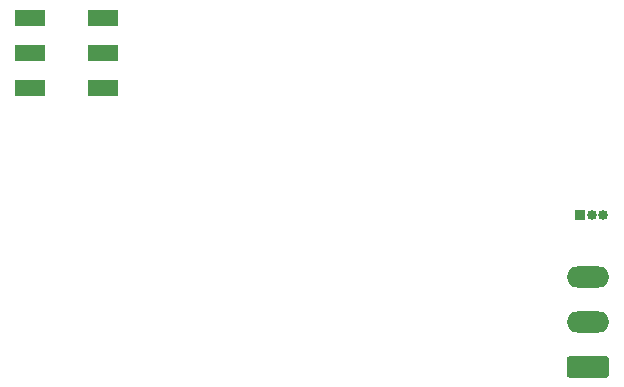
<source format=gbr>
%TF.GenerationSoftware,KiCad,Pcbnew,8.0.6*%
%TF.CreationDate,2025-02-11T20:42:12+01:00*%
%TF.ProjectId,KWLcontrol,4b574c63-6f6e-4747-926f-6c2e6b696361,rev?*%
%TF.SameCoordinates,Original*%
%TF.FileFunction,Soldermask,Bot*%
%TF.FilePolarity,Negative*%
%FSLAX46Y46*%
G04 Gerber Fmt 4.6, Leading zero omitted, Abs format (unit mm)*
G04 Created by KiCad (PCBNEW 8.0.6) date 2025-02-11 20:42:12*
%MOMM*%
%LPD*%
G01*
G04 APERTURE LIST*
G04 Aperture macros list*
%AMRoundRect*
0 Rectangle with rounded corners*
0 $1 Rounding radius*
0 $2 $3 $4 $5 $6 $7 $8 $9 X,Y pos of 4 corners*
0 Add a 4 corners polygon primitive as box body*
4,1,4,$2,$3,$4,$5,$6,$7,$8,$9,$2,$3,0*
0 Add four circle primitives for the rounded corners*
1,1,$1+$1,$2,$3*
1,1,$1+$1,$4,$5*
1,1,$1+$1,$6,$7*
1,1,$1+$1,$8,$9*
0 Add four rect primitives between the rounded corners*
20,1,$1+$1,$2,$3,$4,$5,0*
20,1,$1+$1,$4,$5,$6,$7,0*
20,1,$1+$1,$6,$7,$8,$9,0*
20,1,$1+$1,$8,$9,$2,$3,0*%
G04 Aperture macros list end*
%ADD10RoundRect,0.250000X1.550000X-0.650000X1.550000X0.650000X-1.550000X0.650000X-1.550000X-0.650000X0*%
%ADD11O,3.600000X1.800000*%
%ADD12R,0.850000X0.850000*%
%ADD13O,0.850000X0.850000*%
%ADD14R,2.500000X1.397000*%
G04 APERTURE END LIST*
D10*
%TO.C,J2*%
X161500000Y-144000000D03*
D11*
X161500000Y-140190000D03*
X161500000Y-136380000D03*
%TD*%
D12*
%TO.C,J3*%
X160830000Y-131100000D03*
D13*
X161830000Y-131100000D03*
X162830000Y-131100000D03*
%TD*%
D14*
%TO.C,J4*%
X114250001Y-120400000D03*
X120449998Y-120400000D03*
X114250001Y-117400002D03*
X120449998Y-117400002D03*
X114250001Y-114400002D03*
X120449998Y-114400002D03*
%TD*%
M02*

</source>
